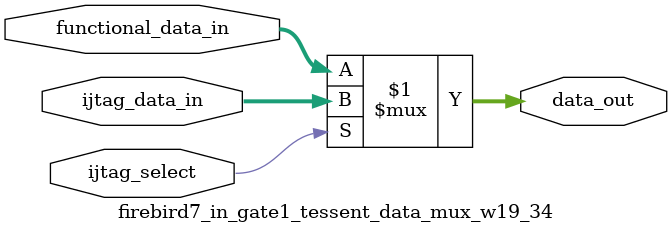
<source format=sv>

module firebird7_in_gate1_tessent_data_mux_w19_34 (
  input wire ijtag_select,
  input wire [18:0]  functional_data_in,
  input wire [18:0]  ijtag_data_in,
  output wire [18:0] data_out
);
assign data_out = (ijtag_select) ? ijtag_data_in : functional_data_in;
endmodule

</source>
